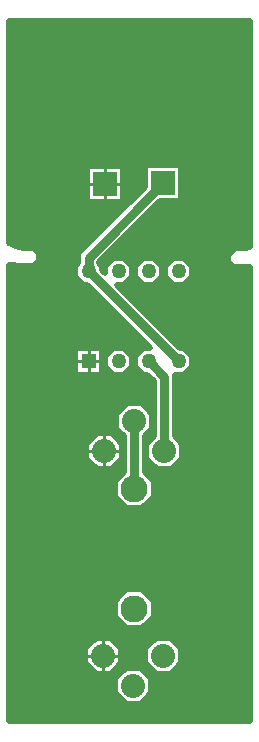
<source format=gbr>
G04 PROTEUS RS274X GERBER FILE*
%FSLAX45Y45*%
%MOMM*%
G01*
%ADD10C,0.762000*%
%ADD11C,0.508000*%
%ADD23C,0.254000*%
%ADD14C,2.032000*%
%ADD15R,1.270000X1.270000*%
%ADD16C,1.270000*%
%ADD19C,2.286000*%
%ADD21R,2.032000X2.032000*%
%TD.AperFunction*%
G36*
X+980000Y+1666825D02*
X+944191Y+1658039D01*
X+849489Y+1653659D01*
X+796341Y+1600511D01*
X+796341Y+1539489D01*
X+839489Y+1496341D01*
X+930511Y+1496341D01*
X+980000Y+1497741D01*
X+980000Y-2350000D01*
X-1060000Y-2350000D01*
X-1060000Y+1509721D01*
X-940511Y+1506341D01*
X-849489Y+1506341D01*
X-806341Y+1549489D01*
X-806341Y+1610511D01*
X-849489Y+1653659D01*
X-944191Y+1658039D01*
X-1003661Y+1672630D01*
X-1060000Y+1696992D01*
X-1060000Y+3580000D01*
X+980000Y+3580000D01*
X+980000Y+1666825D01*
G37*
%LPC*%
G36*
X+392399Y+2051601D02*
X+213323Y+2051601D01*
X-299101Y+1539177D01*
X-299101Y+1534744D01*
X-273701Y+1509344D01*
X-273701Y+1473423D01*
X-248299Y+1448021D01*
X-248299Y+1509344D01*
X-181344Y+1576299D01*
X-86656Y+1576299D01*
X-19701Y+1509344D01*
X-19701Y+1414656D01*
X-86656Y+1347701D01*
X-147979Y+1347701D01*
X+385423Y+814299D01*
X+421344Y+814299D01*
X+488299Y+747344D01*
X+488299Y+652656D01*
X+421344Y+585701D01*
X+342899Y+585701D01*
X+342899Y+62626D01*
X+406399Y-874D01*
X+406399Y-127126D01*
X+317126Y-216399D01*
X+190874Y-216399D01*
X+101601Y-127126D01*
X+101601Y-874D01*
X+165101Y+62626D01*
X+165101Y+529177D01*
X+108577Y+585701D01*
X+72656Y+585701D01*
X+5701Y+652656D01*
X+5701Y+747344D01*
X+72656Y+814299D01*
X+133979Y+814299D01*
X-399423Y+1347701D01*
X-435344Y+1347701D01*
X-502299Y+1414656D01*
X-502299Y+1509344D01*
X-476899Y+1534744D01*
X-476899Y+1612823D01*
X+87601Y+2177323D01*
X+87601Y+2356399D01*
X+392399Y+2356399D01*
X+392399Y+2051601D01*
G37*
G36*
X+152399Y+253126D02*
X+152399Y+126874D01*
X+88899Y+63374D01*
X+88899Y-235414D01*
X+165099Y-311614D01*
X+165099Y-448386D01*
X+68386Y-545099D01*
X-68386Y-545099D01*
X-165099Y-448386D01*
X-165099Y-311614D01*
X-88899Y-235414D01*
X-88899Y+63374D01*
X-152399Y+126874D01*
X-152399Y+253126D01*
X-63126Y+342399D01*
X+63126Y+342399D01*
X+152399Y+253126D01*
G37*
G36*
X-406399Y-127126D02*
X-406399Y-874D01*
X-317126Y+88399D01*
X-190874Y+88399D01*
X-101601Y-874D01*
X-101601Y-127126D01*
X-190874Y-216399D01*
X-317126Y-216399D01*
X-406399Y-127126D01*
G37*
G36*
X-111601Y-1732874D02*
X-111601Y-1859126D01*
X-200874Y-1948399D01*
X-327126Y-1948399D01*
X-416399Y-1859126D01*
X-416399Y-1732874D01*
X-327126Y-1643601D01*
X-200874Y-1643601D01*
X-111601Y-1732874D01*
G37*
G36*
X+142399Y-1986874D02*
X+142399Y-2113126D01*
X+53126Y-2202399D01*
X-73126Y-2202399D01*
X-162399Y-2113126D01*
X-162399Y-1986874D01*
X-73126Y-1897601D01*
X+53126Y-1897601D01*
X+142399Y-1986874D01*
G37*
G36*
X+396399Y-1732874D02*
X+396399Y-1859126D01*
X+307126Y-1948399D01*
X+180874Y-1948399D01*
X+91601Y-1859126D01*
X+91601Y-1732874D01*
X+180874Y-1643601D01*
X+307126Y-1643601D01*
X+396399Y-1732874D01*
G37*
G36*
X-502299Y+814299D02*
X-273701Y+814299D01*
X-273701Y+585701D01*
X-502299Y+585701D01*
X-502299Y+814299D01*
G37*
G36*
X-248299Y+652656D02*
X-248299Y+747344D01*
X-181344Y+814299D01*
X-86656Y+814299D01*
X-19701Y+747344D01*
X-19701Y+652656D01*
X-86656Y+585701D01*
X-181344Y+585701D01*
X-248299Y+652656D01*
G37*
G36*
X+259701Y+1414656D02*
X+259701Y+1509344D01*
X+326656Y+1576299D01*
X+421344Y+1576299D01*
X+488299Y+1509344D01*
X+488299Y+1414656D01*
X+421344Y+1347701D01*
X+326656Y+1347701D01*
X+259701Y+1414656D01*
G37*
G36*
X+5701Y+1414656D02*
X+5701Y+1509344D01*
X+72656Y+1576299D01*
X+167344Y+1576299D01*
X+234299Y+1509344D01*
X+234299Y+1414656D01*
X+167344Y+1347701D01*
X+72656Y+1347701D01*
X+5701Y+1414656D01*
G37*
G36*
X+68386Y-1561099D02*
X-68386Y-1561099D01*
X-165099Y-1464386D01*
X-165099Y-1327614D01*
X-68386Y-1230901D01*
X+68386Y-1230901D01*
X+165099Y-1327614D01*
X+165099Y-1464386D01*
X+68386Y-1561099D01*
G37*
G36*
X-402399Y+2047601D02*
X-402399Y+2352399D01*
X-97601Y+2352399D01*
X-97601Y+2047601D01*
X-402399Y+2047601D01*
G37*
%LPD*%
D10*
X+374000Y+700000D02*
X-388000Y+1462000D01*
X+254000Y-64000D02*
X+254000Y+566000D01*
X+120000Y+700000D01*
X+0Y-380000D02*
X+0Y+190000D01*
X+240000Y+2204000D02*
X-388000Y+1576000D01*
X-388000Y+1462000D01*
D11*
X+980000Y+1666825D02*
X+944191Y+1658039D01*
X+849489Y+1653659D01*
X+796341Y+1600511D01*
X+796341Y+1539489D01*
X+839489Y+1496341D01*
X+930511Y+1496341D01*
X+980000Y+1497741D01*
X+980000Y-2350000D01*
X-1060000Y-2350000D01*
X-1060000Y+1509721D01*
X-940511Y+1506341D01*
X-849489Y+1506341D01*
X-806341Y+1549489D01*
X-806341Y+1610511D01*
X-849489Y+1653659D01*
X-944191Y+1658039D01*
X-1003661Y+1672630D01*
X-1060000Y+1696992D01*
X-1060000Y+3580000D01*
X+980000Y+3580000D01*
X+980000Y+1666825D01*
X+392399Y+2051601D02*
X+213323Y+2051601D01*
X-299101Y+1539177D01*
X-299101Y+1534744D01*
X-273701Y+1509344D01*
X-273701Y+1473423D01*
X-248299Y+1448021D01*
X-248299Y+1509344D01*
X-181344Y+1576299D01*
X-86656Y+1576299D01*
X-19701Y+1509344D01*
X-19701Y+1414656D01*
X-86656Y+1347701D01*
X-147979Y+1347701D01*
X+385423Y+814299D01*
X+421344Y+814299D01*
X+488299Y+747344D01*
X+488299Y+652656D01*
X+421344Y+585701D01*
X+342899Y+585701D01*
X+342899Y+62626D01*
X+406399Y-874D01*
X+406399Y-127126D01*
X+317126Y-216399D01*
X+190874Y-216399D01*
X+101601Y-127126D01*
X+101601Y-874D01*
X+165101Y+62626D01*
X+165101Y+529177D01*
X+108577Y+585701D01*
X+72656Y+585701D01*
X+5701Y+652656D01*
X+5701Y+747344D01*
X+72656Y+814299D01*
X+133979Y+814299D01*
X-399423Y+1347701D01*
X-435344Y+1347701D01*
X-502299Y+1414656D01*
X-502299Y+1509344D01*
X-476899Y+1534744D01*
X-476899Y+1612823D01*
X+87601Y+2177323D01*
X+87601Y+2356399D01*
X+392399Y+2356399D01*
X+392399Y+2051601D01*
X+152399Y+253126D02*
X+152399Y+126874D01*
X+88899Y+63374D01*
X+88899Y-235414D01*
X+165099Y-311614D01*
X+165099Y-448386D01*
X+68386Y-545099D01*
X-68386Y-545099D01*
X-165099Y-448386D01*
X-165099Y-311614D01*
X-88899Y-235414D01*
X-88899Y+63374D01*
X-152399Y+126874D01*
X-152399Y+253126D01*
X-63126Y+342399D01*
X+63126Y+342399D01*
X+152399Y+253126D01*
X-406399Y-127126D02*
X-406399Y-874D01*
X-317126Y+88399D01*
X-190874Y+88399D01*
X-101601Y-874D01*
X-101601Y-127126D01*
X-190874Y-216399D01*
X-317126Y-216399D01*
X-406399Y-127126D01*
X-111601Y-1732874D02*
X-111601Y-1859126D01*
X-200874Y-1948399D01*
X-327126Y-1948399D01*
X-416399Y-1859126D01*
X-416399Y-1732874D01*
X-327126Y-1643601D01*
X-200874Y-1643601D01*
X-111601Y-1732874D01*
X+142399Y-1986874D02*
X+142399Y-2113126D01*
X+53126Y-2202399D01*
X-73126Y-2202399D01*
X-162399Y-2113126D01*
X-162399Y-1986874D01*
X-73126Y-1897601D01*
X+53126Y-1897601D01*
X+142399Y-1986874D01*
X+396399Y-1732874D02*
X+396399Y-1859126D01*
X+307126Y-1948399D01*
X+180874Y-1948399D01*
X+91601Y-1859126D01*
X+91601Y-1732874D01*
X+180874Y-1643601D01*
X+307126Y-1643601D01*
X+396399Y-1732874D01*
X-502299Y+814299D02*
X-273701Y+814299D01*
X-273701Y+585701D01*
X-502299Y+585701D01*
X-502299Y+814299D01*
X-248299Y+652656D02*
X-248299Y+747344D01*
X-181344Y+814299D01*
X-86656Y+814299D01*
X-19701Y+747344D01*
X-19701Y+652656D01*
X-86656Y+585701D01*
X-181344Y+585701D01*
X-248299Y+652656D01*
X+259701Y+1414656D02*
X+259701Y+1509344D01*
X+326656Y+1576299D01*
X+421344Y+1576299D01*
X+488299Y+1509344D01*
X+488299Y+1414656D01*
X+421344Y+1347701D01*
X+326656Y+1347701D01*
X+259701Y+1414656D01*
X+5701Y+1414656D02*
X+5701Y+1509344D01*
X+72656Y+1576299D01*
X+167344Y+1576299D01*
X+234299Y+1509344D01*
X+234299Y+1414656D01*
X+167344Y+1347701D01*
X+72656Y+1347701D01*
X+5701Y+1414656D01*
X+68386Y-1561099D02*
X-68386Y-1561099D01*
X-165099Y-1464386D01*
X-165099Y-1327614D01*
X-68386Y-1230901D01*
X+68386Y-1230901D01*
X+165099Y-1327614D01*
X+165099Y-1464386D01*
X+68386Y-1561099D01*
X-402399Y+2047601D02*
X-402399Y+2352399D01*
X-97601Y+2352399D01*
X-97601Y+2047601D01*
X-402399Y+2047601D01*
D23*
X-406399Y-64000D02*
X-254000Y-64000D01*
X-101601Y-64000D02*
X-254000Y-64000D01*
X-254000Y-216399D02*
X-254000Y-64000D01*
X-254000Y+88399D02*
X-254000Y-64000D01*
X-111601Y-1796000D02*
X-264000Y-1796000D01*
X-416399Y-1796000D02*
X-264000Y-1796000D01*
X-264000Y-1643601D02*
X-264000Y-1796000D01*
X-264000Y-1948399D02*
X-264000Y-1796000D01*
X-502299Y+700000D02*
X-388000Y+700000D01*
X-273701Y+700000D02*
X-388000Y+700000D01*
X-388000Y+585701D02*
X-388000Y+700000D01*
X-388000Y+814299D02*
X-388000Y+700000D01*
X-250000Y+2047601D02*
X-250000Y+2200000D01*
X-250000Y+2352399D02*
X-250000Y+2200000D01*
X-97601Y+2200000D02*
X-250000Y+2200000D01*
X-402399Y+2200000D02*
X-250000Y+2200000D01*
D14*
X+254000Y-64000D03*
X+0Y+190000D03*
X-254000Y-64000D03*
X-264000Y-1796000D03*
X-10000Y-2050000D03*
X+244000Y-1796000D03*
D15*
X-388000Y+700000D03*
D16*
X-134000Y+700000D03*
X+120000Y+700000D03*
X+374000Y+700000D03*
X+374000Y+1462000D03*
X+120000Y+1462000D03*
X-134000Y+1462000D03*
X-388000Y+1462000D03*
D19*
X+0Y-380000D03*
X+0Y-1396000D03*
D21*
X+240000Y+2204000D03*
X-250000Y+2200000D03*
M02*

</source>
